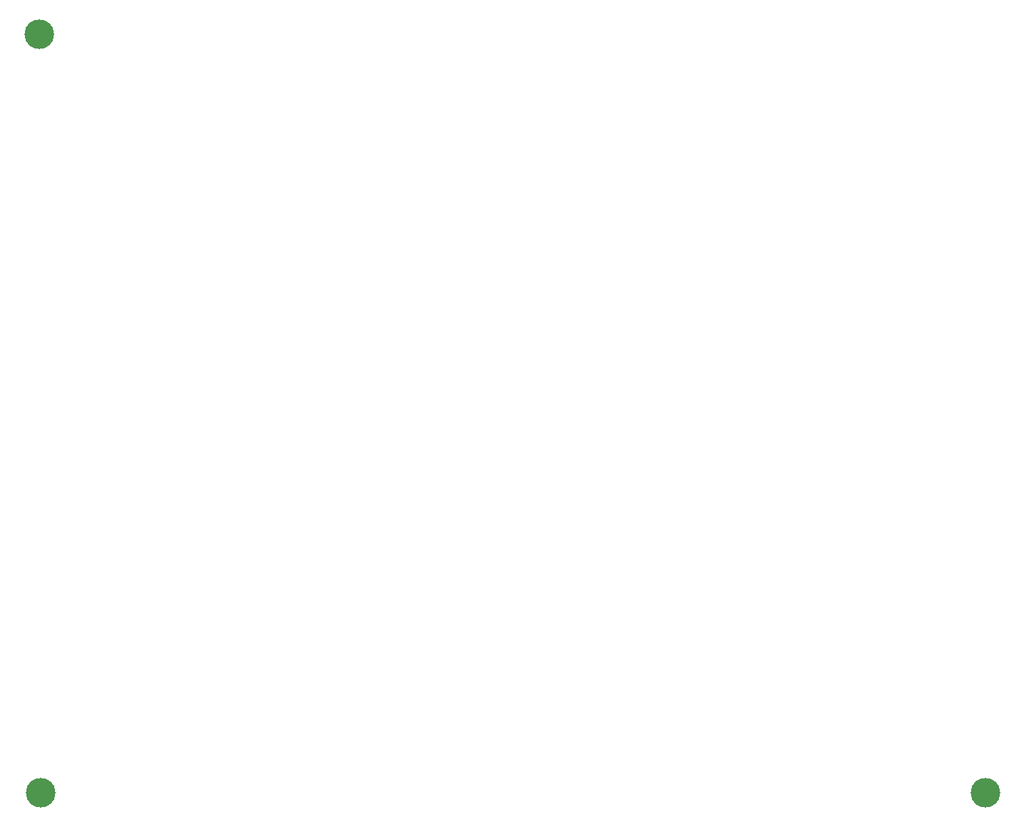
<source format=gbr>
%TF.GenerationSoftware,KiCad,Pcbnew,8.0.3*%
%TF.CreationDate,2024-08-26T17:53:24+02:00*%
%TF.ProjectId,Display-PLAY-Me_2,44697370-6c61-4792-9d50-4c41592d4d65,0.3*%
%TF.SameCoordinates,Original*%
%TF.FileFunction,NonPlated,1,2,NPTH,Drill*%
%TF.FilePolarity,Positive*%
%FSLAX46Y46*%
G04 Gerber Fmt 4.6, Leading zero omitted, Abs format (unit mm)*
G04 Created by KiCad (PCBNEW 8.0.3) date 2024-08-26 17:53:24*
%MOMM*%
%LPD*%
G01*
G04 APERTURE LIST*
%TA.AperFunction,ComponentDrill*%
%ADD10C,3.500000*%
%TD*%
G04 APERTURE END LIST*
D10*
%TO.C,H4*%
X92840000Y-53000000D03*
%TO.C,H3*%
X93000000Y-143000000D03*
%TO.C,H2*%
X205000000Y-143000000D03*
M02*

</source>
